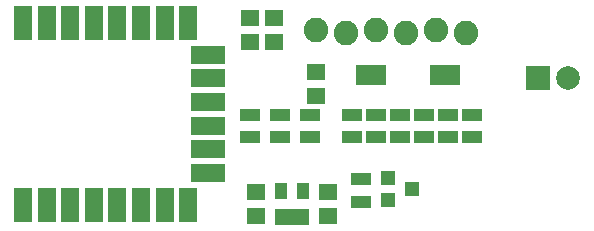
<source format=gts>
G04 #@! TF.FileFunction,Soldermask,Top*
%FSLAX46Y46*%
G04 Gerber Fmt 4.6, Leading zero omitted, Abs format (unit mm)*
G04 Created by KiCad (PCBNEW 4.0.7) date 10/21/18 23:31:01*
%MOMM*%
%LPD*%
G01*
G04 APERTURE LIST*
%ADD10C,0.100000*%
%ADD11C,2.082800*%
%ADD12R,2.501900X1.800860*%
%ADD13R,2.000000X2.000000*%
%ADD14C,2.000000*%
%ADD15R,1.500000X2.900000*%
%ADD16R,2.900000X1.500000*%
%ADD17R,1.050000X1.460000*%
%ADD18R,1.650000X1.400000*%
%ADD19R,1.700000X1.100000*%
%ADD20R,1.300000X1.200000*%
G04 APERTURE END LIST*
D10*
D11*
X83502500Y-103632000D03*
X86042500Y-103886000D03*
X88582500Y-103632000D03*
X91122500Y-103886000D03*
X93662500Y-103632000D03*
X96202500Y-103886000D03*
D12*
X88099900Y-107442000D03*
X94399100Y-107442000D03*
D13*
X102298500Y-107696000D03*
D14*
X104798500Y-107696000D03*
D15*
X58674000Y-118429000D03*
X60674000Y-118429000D03*
X62674000Y-118429000D03*
X64674000Y-118429000D03*
X66674000Y-118429000D03*
X68674000Y-118429000D03*
X70674000Y-118429000D03*
X72674000Y-118429000D03*
X72674000Y-103029000D03*
X70674000Y-103029000D03*
X68674000Y-103029000D03*
X66674000Y-103029000D03*
X64674000Y-103029000D03*
X62674000Y-103029000D03*
X60674000Y-103029000D03*
X58674000Y-103029000D03*
D16*
X74374000Y-115739000D03*
X74374000Y-113739000D03*
X74374000Y-111739000D03*
X74374000Y-109739000D03*
X74374000Y-107739000D03*
X74374000Y-105739000D03*
D17*
X80520500Y-119464000D03*
X81470500Y-119464000D03*
X82420500Y-119464000D03*
X82420500Y-117264000D03*
X80520500Y-117264000D03*
D18*
X83502500Y-109204000D03*
X83502500Y-107204000D03*
X77914500Y-104632000D03*
X77914500Y-102632000D03*
X79946500Y-104632000D03*
X79946500Y-102632000D03*
X84518500Y-119364000D03*
X84518500Y-117364000D03*
X78422500Y-117364000D03*
X78422500Y-119364000D03*
D19*
X86550500Y-112710000D03*
X86550500Y-110810000D03*
X88582500Y-112710000D03*
X88582500Y-110810000D03*
X90614500Y-110810000D03*
X90614500Y-112710000D03*
X92646500Y-112710000D03*
X92646500Y-110810000D03*
X77914500Y-112710000D03*
X77914500Y-110810000D03*
X82994500Y-112710000D03*
X82994500Y-110810000D03*
X80454500Y-112710000D03*
X80454500Y-110810000D03*
X94678500Y-112710000D03*
X94678500Y-110810000D03*
D20*
X89614500Y-116144000D03*
X89614500Y-118044000D03*
X91614500Y-117094000D03*
D19*
X87312500Y-116271000D03*
X87312500Y-118171000D03*
X96710500Y-110810000D03*
X96710500Y-112710000D03*
M02*

</source>
